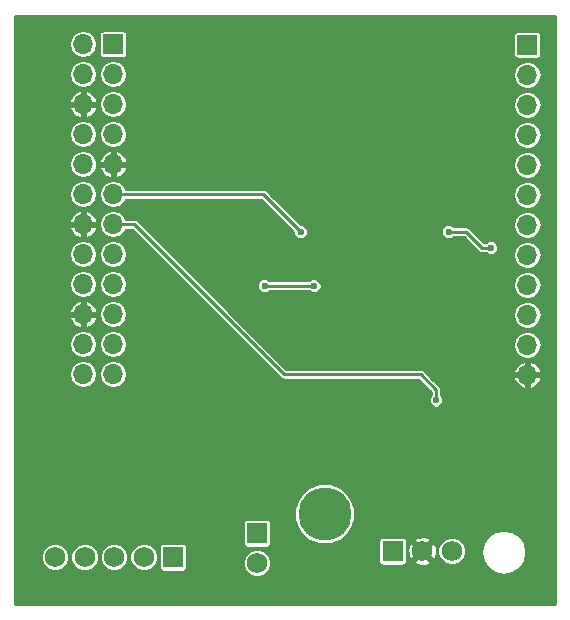
<source format=gbr>
G04 #@! TF.GenerationSoftware,KiCad,Pcbnew,(2017-09-19 revision dddaa7e69)-makepkg*
G04 #@! TF.CreationDate,2017-10-26T12:28:29+02:00*
G04 #@! TF.ProjectId,ezs-camera.kicad_pcb_v1.1,657A732D63616D6572612E6B69636164,rev?*
G04 #@! TF.SameCoordinates,Original*
G04 #@! TF.FileFunction,Copper,L2,Bot,Signal*
G04 #@! TF.FilePolarity,Positive*
%FSLAX46Y46*%
G04 Gerber Fmt 4.6, Leading zero omitted, Abs format (unit mm)*
G04 Created by KiCad (PCBNEW (2017-09-19 revision dddaa7e69)-makepkg) date 10/26/17 12:28:29*
%MOMM*%
%LPD*%
G01*
G04 APERTURE LIST*
%ADD10R,1.700000X1.700000*%
%ADD11O,1.700000X1.700000*%
%ADD12R,1.750000X1.750000*%
%ADD13C,1.750000*%
%ADD14C,0.600000*%
%ADD15C,4.500000*%
%ADD16C,0.254000*%
G04 APERTURE END LIST*
D10*
X122428000Y-111500000D03*
D11*
X119888000Y-111500000D03*
X122428000Y-114040000D03*
X119888000Y-114040000D03*
X122428000Y-116580000D03*
X119888000Y-116580000D03*
X122428000Y-119120000D03*
X119888000Y-119120000D03*
X122428000Y-121660000D03*
X119888000Y-121660000D03*
X122428000Y-124200000D03*
X119888000Y-124200000D03*
X122428000Y-126740000D03*
X119888000Y-126740000D03*
X122428000Y-129280000D03*
X119888000Y-129280000D03*
X122428000Y-131820000D03*
X119888000Y-131820000D03*
X122428000Y-134360000D03*
X119888000Y-134360000D03*
X122428000Y-136900000D03*
X119888000Y-136900000D03*
X122428000Y-139440000D03*
X119888000Y-139440000D03*
D12*
X146090000Y-154432000D03*
D13*
X148590000Y-154432000D03*
X151090000Y-154432000D03*
D12*
X127508000Y-154940000D03*
D13*
X125008000Y-154940000D03*
X122508000Y-154940000D03*
X120008000Y-154940000D03*
X117508000Y-154940000D03*
D10*
X157500000Y-111550000D03*
D11*
X157500000Y-114090000D03*
X157500000Y-116630000D03*
X157500000Y-119170000D03*
X157500000Y-121710000D03*
X157500000Y-124250000D03*
X157500000Y-126790000D03*
X157500000Y-129330000D03*
X157500000Y-131870000D03*
X157500000Y-134410000D03*
X157500000Y-136950000D03*
X157500000Y-139490000D03*
D12*
X134620000Y-152908000D03*
D13*
X134620000Y-155408000D03*
D14*
X131572000Y-125222000D03*
X135128000Y-125476000D03*
X129032000Y-113792000D03*
X129032000Y-125222000D03*
X129032000Y-120904000D03*
X134620000Y-117348000D03*
X129032000Y-117348000D03*
X140208000Y-117856000D03*
X137160000Y-114808000D03*
X133096000Y-111760000D03*
X127508000Y-111760000D03*
X124460000Y-113792000D03*
X124460000Y-117348000D03*
X124460000Y-120904000D03*
X124460000Y-125222000D03*
X154432000Y-136144000D03*
X150368000Y-136144000D03*
X155956000Y-142240000D03*
X155956000Y-146812000D03*
X155956000Y-150368000D03*
X152908000Y-151384000D03*
X159004000Y-143256000D03*
X159004000Y-146304000D03*
X159004000Y-148336000D03*
X159004000Y-151384000D03*
X159004000Y-153924000D03*
X159004000Y-156464000D03*
X157480000Y-157988000D03*
X154432000Y-157988000D03*
X151384000Y-157988000D03*
X148336000Y-157988000D03*
X145796000Y-157988000D03*
X143256000Y-157988000D03*
X143256000Y-154940000D03*
X143256000Y-152400000D03*
X143256000Y-149987000D03*
X142240000Y-148336000D03*
X141224000Y-144272000D03*
X142240000Y-143256000D03*
X130048000Y-154432000D03*
X130048000Y-150876000D03*
X130048000Y-148844000D03*
X130048000Y-146812000D03*
X120904000Y-141224000D03*
X127508000Y-145796000D03*
X124460000Y-145796000D03*
X121412000Y-145796000D03*
X118872000Y-145288000D03*
X117856000Y-142240000D03*
X117856000Y-139192000D03*
X117856000Y-136144000D03*
X117856000Y-133096000D03*
X117856000Y-130048000D03*
X117856000Y-127000000D03*
X117856000Y-123952000D03*
X117856000Y-120904000D03*
X117856000Y-117856000D03*
X114808000Y-149352000D03*
X114808000Y-151892000D03*
X114808000Y-154940000D03*
X116332000Y-157988000D03*
X120396000Y-157988000D03*
X124460000Y-157988000D03*
X129032000Y-157988000D03*
X134112000Y-157988000D03*
X137160000Y-157988000D03*
X137160000Y-154432000D03*
X137160000Y-150876000D03*
X137160000Y-147828000D03*
X137160000Y-144780000D03*
X139192000Y-140716000D03*
X136652000Y-140716000D03*
X136652000Y-138176000D03*
X136652000Y-135128000D03*
X140208000Y-138557000D03*
X141732000Y-135128000D03*
X140208000Y-137160000D03*
X143256000Y-137160000D03*
X143256000Y-135636000D03*
X143256000Y-133604000D03*
X148336000Y-120396000D03*
X148971000Y-130302000D03*
X149860000Y-130302000D03*
X149860000Y-129794000D03*
X148971000Y-129794000D03*
X147447000Y-141859000D03*
X146939000Y-141859000D03*
D15*
X140335000Y-156591000D03*
X140335000Y-151257000D03*
D14*
X132842000Y-133350000D03*
X132842000Y-134366000D03*
X132842000Y-136398000D03*
X140335000Y-133604000D03*
X141605000Y-130810000D03*
X141605000Y-128905000D03*
X141605000Y-127000000D03*
X141605000Y-125095000D03*
X141605000Y-123190000D03*
X142875000Y-121920000D03*
X144145000Y-120650000D03*
X139065000Y-121920000D03*
X137795000Y-121920000D03*
X136525000Y-121920000D03*
X135255000Y-121920000D03*
X133985000Y-121920000D03*
X132715000Y-121920000D03*
X146685000Y-142367000D03*
X147701000Y-142367000D03*
X147701000Y-141351000D03*
X146685000Y-141351000D03*
X149860000Y-128524000D03*
X148971000Y-128524000D03*
X148971000Y-127889000D03*
X149844978Y-127889000D03*
X149860000Y-129159000D03*
X148971000Y-129159000D03*
X147320000Y-121412000D03*
X145796000Y-121412000D03*
X150368000Y-120396000D03*
X149352000Y-119380000D03*
X147320000Y-119380000D03*
X145796000Y-119380000D03*
X135890000Y-132588000D03*
X136652000Y-132588000D03*
X137414000Y-132588000D03*
X135255000Y-131953000D03*
X139446000Y-131953000D03*
X149762337Y-141634337D03*
X138303000Y-127381000D03*
X150835578Y-127362030D03*
X154416978Y-128733630D03*
D16*
X139446000Y-131953000D02*
X135255000Y-131953000D01*
X122428000Y-126740000D02*
X124200000Y-126740000D01*
X124200000Y-126740000D02*
X136906000Y-139446000D01*
X136906000Y-139446000D02*
X148463000Y-139446000D01*
X148463000Y-139446000D02*
X149762337Y-140745337D01*
X149762337Y-140745337D02*
X149762337Y-141634337D01*
X138303000Y-127381000D02*
X135122000Y-124200000D01*
X135122000Y-124200000D02*
X122428000Y-124200000D01*
X153654978Y-128733630D02*
X152283378Y-127362030D01*
X152283378Y-127362030D02*
X150835578Y-127362030D01*
X154416978Y-128733630D02*
X153654978Y-128733630D01*
G36*
X159873000Y-158873000D02*
X114127000Y-158873000D01*
X114127000Y-155178044D01*
X116305791Y-155178044D01*
X116488399Y-155619989D01*
X116826232Y-155958412D01*
X117267858Y-156141791D01*
X117746044Y-156142209D01*
X118187989Y-155959601D01*
X118526412Y-155621768D01*
X118709791Y-155180142D01*
X118709792Y-155178044D01*
X118805791Y-155178044D01*
X118988399Y-155619989D01*
X119326232Y-155958412D01*
X119767858Y-156141791D01*
X120246044Y-156142209D01*
X120687989Y-155959601D01*
X121026412Y-155621768D01*
X121209791Y-155180142D01*
X121209792Y-155178044D01*
X121305791Y-155178044D01*
X121488399Y-155619989D01*
X121826232Y-155958412D01*
X122267858Y-156141791D01*
X122746044Y-156142209D01*
X123187989Y-155959601D01*
X123526412Y-155621768D01*
X123709791Y-155180142D01*
X123709792Y-155178044D01*
X123805791Y-155178044D01*
X123988399Y-155619989D01*
X124326232Y-155958412D01*
X124767858Y-156141791D01*
X125246044Y-156142209D01*
X125687989Y-155959601D01*
X126026412Y-155621768D01*
X126209791Y-155180142D01*
X126210209Y-154701956D01*
X126027601Y-154260011D01*
X125832930Y-154065000D01*
X126299594Y-154065000D01*
X126299594Y-155815000D01*
X126324973Y-155942589D01*
X126397246Y-156050754D01*
X126505411Y-156123027D01*
X126633000Y-156148406D01*
X128383000Y-156148406D01*
X128510589Y-156123027D01*
X128618754Y-156050754D01*
X128691027Y-155942589D01*
X128716406Y-155815000D01*
X128716406Y-155646044D01*
X133417791Y-155646044D01*
X133600399Y-156087989D01*
X133938232Y-156426412D01*
X134379858Y-156609791D01*
X134858044Y-156610209D01*
X135299989Y-156427601D01*
X135638412Y-156089768D01*
X135821791Y-155648142D01*
X135822209Y-155169956D01*
X135639601Y-154728011D01*
X135301768Y-154389588D01*
X134860142Y-154206209D01*
X134381956Y-154205791D01*
X133940011Y-154388399D01*
X133601588Y-154726232D01*
X133418209Y-155167858D01*
X133417791Y-155646044D01*
X128716406Y-155646044D01*
X128716406Y-154065000D01*
X128691027Y-153937411D01*
X128618754Y-153829246D01*
X128510589Y-153756973D01*
X128383000Y-153731594D01*
X126633000Y-153731594D01*
X126505411Y-153756973D01*
X126397246Y-153829246D01*
X126324973Y-153937411D01*
X126299594Y-154065000D01*
X125832930Y-154065000D01*
X125689768Y-153921588D01*
X125248142Y-153738209D01*
X124769956Y-153737791D01*
X124328011Y-153920399D01*
X123989588Y-154258232D01*
X123806209Y-154699858D01*
X123805791Y-155178044D01*
X123709792Y-155178044D01*
X123710209Y-154701956D01*
X123527601Y-154260011D01*
X123189768Y-153921588D01*
X122748142Y-153738209D01*
X122269956Y-153737791D01*
X121828011Y-153920399D01*
X121489588Y-154258232D01*
X121306209Y-154699858D01*
X121305791Y-155178044D01*
X121209792Y-155178044D01*
X121210209Y-154701956D01*
X121027601Y-154260011D01*
X120689768Y-153921588D01*
X120248142Y-153738209D01*
X119769956Y-153737791D01*
X119328011Y-153920399D01*
X118989588Y-154258232D01*
X118806209Y-154699858D01*
X118805791Y-155178044D01*
X118709792Y-155178044D01*
X118710209Y-154701956D01*
X118527601Y-154260011D01*
X118189768Y-153921588D01*
X117748142Y-153738209D01*
X117269956Y-153737791D01*
X116828011Y-153920399D01*
X116489588Y-154258232D01*
X116306209Y-154699858D01*
X116305791Y-155178044D01*
X114127000Y-155178044D01*
X114127000Y-152033000D01*
X133411594Y-152033000D01*
X133411594Y-153783000D01*
X133436973Y-153910589D01*
X133509246Y-154018754D01*
X133617411Y-154091027D01*
X133745000Y-154116406D01*
X135495000Y-154116406D01*
X135622589Y-154091027D01*
X135730754Y-154018754D01*
X135803027Y-153910589D01*
X135828406Y-153783000D01*
X135828406Y-152033000D01*
X135803027Y-151905411D01*
X135730754Y-151797246D01*
X135686009Y-151767348D01*
X137757554Y-151767348D01*
X138149052Y-152714846D01*
X138873341Y-153440400D01*
X139820154Y-153833551D01*
X140845348Y-153834446D01*
X141516818Y-153557000D01*
X144881594Y-153557000D01*
X144881594Y-155307000D01*
X144906973Y-155434589D01*
X144979246Y-155542754D01*
X145087411Y-155615027D01*
X145215000Y-155640406D01*
X146965000Y-155640406D01*
X147092589Y-155615027D01*
X147200754Y-155542754D01*
X147273027Y-155434589D01*
X147288828Y-155355151D01*
X147846454Y-155355151D01*
X147943735Y-155537573D01*
X148416014Y-155700732D01*
X148914781Y-155670737D01*
X149236265Y-155537573D01*
X149333546Y-155355151D01*
X148590000Y-154611605D01*
X147846454Y-155355151D01*
X147288828Y-155355151D01*
X147298406Y-155307000D01*
X147298406Y-154258014D01*
X147321268Y-154258014D01*
X147351263Y-154756781D01*
X147484427Y-155078265D01*
X147666849Y-155175546D01*
X148410395Y-154432000D01*
X148769605Y-154432000D01*
X149513151Y-155175546D01*
X149695573Y-155078265D01*
X149836601Y-154670044D01*
X149887791Y-154670044D01*
X150070399Y-155111989D01*
X150408232Y-155450412D01*
X150849858Y-155633791D01*
X151328044Y-155634209D01*
X151769989Y-155451601D01*
X152108412Y-155113768D01*
X152291791Y-154672142D01*
X152291941Y-154500000D01*
X153598000Y-154500000D01*
X153742781Y-155227864D01*
X154155083Y-155844917D01*
X154772136Y-156257219D01*
X155500000Y-156402000D01*
X156227864Y-156257219D01*
X156844917Y-155844917D01*
X157257219Y-155227864D01*
X157402000Y-154500000D01*
X157257219Y-153772136D01*
X156844917Y-153155083D01*
X156227864Y-152742781D01*
X155500000Y-152598000D01*
X154772136Y-152742781D01*
X154155083Y-153155083D01*
X153742781Y-153772136D01*
X153598000Y-154500000D01*
X152291941Y-154500000D01*
X152292209Y-154193956D01*
X152109601Y-153752011D01*
X151771768Y-153413588D01*
X151330142Y-153230209D01*
X150851956Y-153229791D01*
X150410011Y-153412399D01*
X150071588Y-153750232D01*
X149888209Y-154191858D01*
X149887791Y-154670044D01*
X149836601Y-154670044D01*
X149858732Y-154605986D01*
X149828737Y-154107219D01*
X149695573Y-153785735D01*
X149513151Y-153688454D01*
X148769605Y-154432000D01*
X148410395Y-154432000D01*
X147666849Y-153688454D01*
X147484427Y-153785735D01*
X147321268Y-154258014D01*
X147298406Y-154258014D01*
X147298406Y-153557000D01*
X147288829Y-153508849D01*
X147846454Y-153508849D01*
X148590000Y-154252395D01*
X149333546Y-153508849D01*
X149236265Y-153326427D01*
X148763986Y-153163268D01*
X148265219Y-153193263D01*
X147943735Y-153326427D01*
X147846454Y-153508849D01*
X147288829Y-153508849D01*
X147273027Y-153429411D01*
X147200754Y-153321246D01*
X147092589Y-153248973D01*
X146965000Y-153223594D01*
X145215000Y-153223594D01*
X145087411Y-153248973D01*
X144979246Y-153321246D01*
X144906973Y-153429411D01*
X144881594Y-153557000D01*
X141516818Y-153557000D01*
X141792846Y-153442948D01*
X142518400Y-152718659D01*
X142911551Y-151771846D01*
X142912446Y-150746652D01*
X142520948Y-149799154D01*
X141796659Y-149073600D01*
X140849846Y-148680449D01*
X139824652Y-148679554D01*
X138877154Y-149071052D01*
X138151600Y-149795341D01*
X137758449Y-150742154D01*
X137757554Y-151767348D01*
X135686009Y-151767348D01*
X135622589Y-151724973D01*
X135495000Y-151699594D01*
X133745000Y-151699594D01*
X133617411Y-151724973D01*
X133509246Y-151797246D01*
X133436973Y-151905411D01*
X133411594Y-152033000D01*
X114127000Y-152033000D01*
X114127000Y-139440000D01*
X118687941Y-139440000D01*
X118777535Y-139890418D01*
X119032676Y-140272265D01*
X119414523Y-140527406D01*
X119864941Y-140617000D01*
X119911059Y-140617000D01*
X120361477Y-140527406D01*
X120743324Y-140272265D01*
X120998465Y-139890418D01*
X121088059Y-139440000D01*
X121227941Y-139440000D01*
X121317535Y-139890418D01*
X121572676Y-140272265D01*
X121954523Y-140527406D01*
X122404941Y-140617000D01*
X122451059Y-140617000D01*
X122901477Y-140527406D01*
X123283324Y-140272265D01*
X123538465Y-139890418D01*
X123628059Y-139440000D01*
X123538465Y-138989582D01*
X123283324Y-138607735D01*
X122901477Y-138352594D01*
X122451059Y-138263000D01*
X122404941Y-138263000D01*
X121954523Y-138352594D01*
X121572676Y-138607735D01*
X121317535Y-138989582D01*
X121227941Y-139440000D01*
X121088059Y-139440000D01*
X120998465Y-138989582D01*
X120743324Y-138607735D01*
X120361477Y-138352594D01*
X119911059Y-138263000D01*
X119864941Y-138263000D01*
X119414523Y-138352594D01*
X119032676Y-138607735D01*
X118777535Y-138989582D01*
X118687941Y-139440000D01*
X114127000Y-139440000D01*
X114127000Y-136900000D01*
X118687941Y-136900000D01*
X118777535Y-137350418D01*
X119032676Y-137732265D01*
X119414523Y-137987406D01*
X119864941Y-138077000D01*
X119911059Y-138077000D01*
X120361477Y-137987406D01*
X120743324Y-137732265D01*
X120998465Y-137350418D01*
X121088059Y-136900000D01*
X121227941Y-136900000D01*
X121317535Y-137350418D01*
X121572676Y-137732265D01*
X121954523Y-137987406D01*
X122404941Y-138077000D01*
X122451059Y-138077000D01*
X122901477Y-137987406D01*
X123283324Y-137732265D01*
X123538465Y-137350418D01*
X123628059Y-136900000D01*
X123538465Y-136449582D01*
X123283324Y-136067735D01*
X122901477Y-135812594D01*
X122451059Y-135723000D01*
X122404941Y-135723000D01*
X121954523Y-135812594D01*
X121572676Y-136067735D01*
X121317535Y-136449582D01*
X121227941Y-136900000D01*
X121088059Y-136900000D01*
X120998465Y-136449582D01*
X120743324Y-136067735D01*
X120361477Y-135812594D01*
X119911059Y-135723000D01*
X119864941Y-135723000D01*
X119414523Y-135812594D01*
X119032676Y-136067735D01*
X118777535Y-136449582D01*
X118687941Y-136900000D01*
X114127000Y-136900000D01*
X114127000Y-134676980D01*
X118698511Y-134676980D01*
X118822755Y-134976964D01*
X119139944Y-135337652D01*
X119571018Y-135549501D01*
X119761000Y-135489193D01*
X119761000Y-134487000D01*
X120015000Y-134487000D01*
X120015000Y-135489193D01*
X120204982Y-135549501D01*
X120636056Y-135337652D01*
X120953245Y-134976964D01*
X121077489Y-134676980D01*
X121016627Y-134487000D01*
X120015000Y-134487000D01*
X119761000Y-134487000D01*
X118759373Y-134487000D01*
X118698511Y-134676980D01*
X114127000Y-134676980D01*
X114127000Y-134360000D01*
X121227941Y-134360000D01*
X121317535Y-134810418D01*
X121572676Y-135192265D01*
X121954523Y-135447406D01*
X122404941Y-135537000D01*
X122451059Y-135537000D01*
X122901477Y-135447406D01*
X123283324Y-135192265D01*
X123538465Y-134810418D01*
X123628059Y-134360000D01*
X123538465Y-133909582D01*
X123283324Y-133527735D01*
X122901477Y-133272594D01*
X122451059Y-133183000D01*
X122404941Y-133183000D01*
X121954523Y-133272594D01*
X121572676Y-133527735D01*
X121317535Y-133909582D01*
X121227941Y-134360000D01*
X114127000Y-134360000D01*
X114127000Y-134043020D01*
X118698511Y-134043020D01*
X118759373Y-134233000D01*
X119761000Y-134233000D01*
X119761000Y-133230807D01*
X120015000Y-133230807D01*
X120015000Y-134233000D01*
X121016627Y-134233000D01*
X121077489Y-134043020D01*
X120953245Y-133743036D01*
X120636056Y-133382348D01*
X120204982Y-133170499D01*
X120015000Y-133230807D01*
X119761000Y-133230807D01*
X119571018Y-133170499D01*
X119139944Y-133382348D01*
X118822755Y-133743036D01*
X118698511Y-134043020D01*
X114127000Y-134043020D01*
X114127000Y-131820000D01*
X118687941Y-131820000D01*
X118777535Y-132270418D01*
X119032676Y-132652265D01*
X119414523Y-132907406D01*
X119864941Y-132997000D01*
X119911059Y-132997000D01*
X120361477Y-132907406D01*
X120743324Y-132652265D01*
X120998465Y-132270418D01*
X121088059Y-131820000D01*
X121227941Y-131820000D01*
X121317535Y-132270418D01*
X121572676Y-132652265D01*
X121954523Y-132907406D01*
X122404941Y-132997000D01*
X122451059Y-132997000D01*
X122901477Y-132907406D01*
X123283324Y-132652265D01*
X123538465Y-132270418D01*
X123628059Y-131820000D01*
X123538465Y-131369582D01*
X123283324Y-130987735D01*
X122901477Y-130732594D01*
X122451059Y-130643000D01*
X122404941Y-130643000D01*
X121954523Y-130732594D01*
X121572676Y-130987735D01*
X121317535Y-131369582D01*
X121227941Y-131820000D01*
X121088059Y-131820000D01*
X120998465Y-131369582D01*
X120743324Y-130987735D01*
X120361477Y-130732594D01*
X119911059Y-130643000D01*
X119864941Y-130643000D01*
X119414523Y-130732594D01*
X119032676Y-130987735D01*
X118777535Y-131369582D01*
X118687941Y-131820000D01*
X114127000Y-131820000D01*
X114127000Y-129280000D01*
X118687941Y-129280000D01*
X118777535Y-129730418D01*
X119032676Y-130112265D01*
X119414523Y-130367406D01*
X119864941Y-130457000D01*
X119911059Y-130457000D01*
X120361477Y-130367406D01*
X120743324Y-130112265D01*
X120998465Y-129730418D01*
X121088059Y-129280000D01*
X121227941Y-129280000D01*
X121317535Y-129730418D01*
X121572676Y-130112265D01*
X121954523Y-130367406D01*
X122404941Y-130457000D01*
X122451059Y-130457000D01*
X122901477Y-130367406D01*
X123283324Y-130112265D01*
X123538465Y-129730418D01*
X123628059Y-129280000D01*
X123538465Y-128829582D01*
X123283324Y-128447735D01*
X122901477Y-128192594D01*
X122451059Y-128103000D01*
X122404941Y-128103000D01*
X121954523Y-128192594D01*
X121572676Y-128447735D01*
X121317535Y-128829582D01*
X121227941Y-129280000D01*
X121088059Y-129280000D01*
X120998465Y-128829582D01*
X120743324Y-128447735D01*
X120361477Y-128192594D01*
X119911059Y-128103000D01*
X119864941Y-128103000D01*
X119414523Y-128192594D01*
X119032676Y-128447735D01*
X118777535Y-128829582D01*
X118687941Y-129280000D01*
X114127000Y-129280000D01*
X114127000Y-127056980D01*
X118698511Y-127056980D01*
X118822755Y-127356964D01*
X119139944Y-127717652D01*
X119571018Y-127929501D01*
X119761000Y-127869193D01*
X119761000Y-126867000D01*
X120015000Y-126867000D01*
X120015000Y-127869193D01*
X120204982Y-127929501D01*
X120636056Y-127717652D01*
X120953245Y-127356964D01*
X121077489Y-127056980D01*
X121016627Y-126867000D01*
X120015000Y-126867000D01*
X119761000Y-126867000D01*
X118759373Y-126867000D01*
X118698511Y-127056980D01*
X114127000Y-127056980D01*
X114127000Y-126740000D01*
X121227941Y-126740000D01*
X121317535Y-127190418D01*
X121572676Y-127572265D01*
X121954523Y-127827406D01*
X122404941Y-127917000D01*
X122451059Y-127917000D01*
X122901477Y-127827406D01*
X123283324Y-127572265D01*
X123536072Y-127194000D01*
X124011948Y-127194000D01*
X136584974Y-139767027D01*
X136732262Y-139865441D01*
X136906000Y-139900000D01*
X148274948Y-139900000D01*
X149308337Y-140933389D01*
X149308337Y-141201606D01*
X149231102Y-141278706D01*
X149135446Y-141509072D01*
X149135228Y-141758508D01*
X149230482Y-141989040D01*
X149406706Y-142165572D01*
X149637072Y-142261228D01*
X149886508Y-142261446D01*
X150117040Y-142166192D01*
X150293572Y-141989968D01*
X150389228Y-141759602D01*
X150389446Y-141510166D01*
X150294192Y-141279634D01*
X150216337Y-141201643D01*
X150216337Y-140745337D01*
X150181778Y-140571599D01*
X150083363Y-140424311D01*
X149466032Y-139806980D01*
X156310511Y-139806980D01*
X156434755Y-140106964D01*
X156751944Y-140467652D01*
X157183018Y-140679501D01*
X157373000Y-140619193D01*
X157373000Y-139617000D01*
X157627000Y-139617000D01*
X157627000Y-140619193D01*
X157816982Y-140679501D01*
X158248056Y-140467652D01*
X158565245Y-140106964D01*
X158689489Y-139806980D01*
X158628627Y-139617000D01*
X157627000Y-139617000D01*
X157373000Y-139617000D01*
X156371373Y-139617000D01*
X156310511Y-139806980D01*
X149466032Y-139806980D01*
X148832072Y-139173020D01*
X156310511Y-139173020D01*
X156371373Y-139363000D01*
X157373000Y-139363000D01*
X157373000Y-138360807D01*
X157627000Y-138360807D01*
X157627000Y-139363000D01*
X158628627Y-139363000D01*
X158689489Y-139173020D01*
X158565245Y-138873036D01*
X158248056Y-138512348D01*
X157816982Y-138300499D01*
X157627000Y-138360807D01*
X157373000Y-138360807D01*
X157183018Y-138300499D01*
X156751944Y-138512348D01*
X156434755Y-138873036D01*
X156310511Y-139173020D01*
X148832072Y-139173020D01*
X148784026Y-139124974D01*
X148636738Y-139026559D01*
X148463000Y-138992000D01*
X137094053Y-138992000D01*
X135052053Y-136950000D01*
X156299941Y-136950000D01*
X156389535Y-137400418D01*
X156644676Y-137782265D01*
X157026523Y-138037406D01*
X157476941Y-138127000D01*
X157523059Y-138127000D01*
X157973477Y-138037406D01*
X158355324Y-137782265D01*
X158610465Y-137400418D01*
X158700059Y-136950000D01*
X158610465Y-136499582D01*
X158355324Y-136117735D01*
X157973477Y-135862594D01*
X157523059Y-135773000D01*
X157476941Y-135773000D01*
X157026523Y-135862594D01*
X156644676Y-136117735D01*
X156389535Y-136499582D01*
X156299941Y-136950000D01*
X135052053Y-136950000D01*
X132512053Y-134410000D01*
X156299941Y-134410000D01*
X156389535Y-134860418D01*
X156644676Y-135242265D01*
X157026523Y-135497406D01*
X157476941Y-135587000D01*
X157523059Y-135587000D01*
X157973477Y-135497406D01*
X158355324Y-135242265D01*
X158610465Y-134860418D01*
X158700059Y-134410000D01*
X158610465Y-133959582D01*
X158355324Y-133577735D01*
X157973477Y-133322594D01*
X157523059Y-133233000D01*
X157476941Y-133233000D01*
X157026523Y-133322594D01*
X156644676Y-133577735D01*
X156389535Y-133959582D01*
X156299941Y-134410000D01*
X132512053Y-134410000D01*
X130179224Y-132077171D01*
X134627891Y-132077171D01*
X134723145Y-132307703D01*
X134899369Y-132484235D01*
X135129735Y-132579891D01*
X135379171Y-132580109D01*
X135609703Y-132484855D01*
X135687694Y-132407000D01*
X139013269Y-132407000D01*
X139090369Y-132484235D01*
X139320735Y-132579891D01*
X139570171Y-132580109D01*
X139800703Y-132484855D01*
X139977235Y-132308631D01*
X140072891Y-132078265D01*
X140073073Y-131870000D01*
X156299941Y-131870000D01*
X156389535Y-132320418D01*
X156644676Y-132702265D01*
X157026523Y-132957406D01*
X157476941Y-133047000D01*
X157523059Y-133047000D01*
X157973477Y-132957406D01*
X158355324Y-132702265D01*
X158610465Y-132320418D01*
X158700059Y-131870000D01*
X158610465Y-131419582D01*
X158355324Y-131037735D01*
X157973477Y-130782594D01*
X157523059Y-130693000D01*
X157476941Y-130693000D01*
X157026523Y-130782594D01*
X156644676Y-131037735D01*
X156389535Y-131419582D01*
X156299941Y-131870000D01*
X140073073Y-131870000D01*
X140073109Y-131828829D01*
X139977855Y-131598297D01*
X139801631Y-131421765D01*
X139571265Y-131326109D01*
X139321829Y-131325891D01*
X139091297Y-131421145D01*
X139013306Y-131499000D01*
X135687731Y-131499000D01*
X135610631Y-131421765D01*
X135380265Y-131326109D01*
X135130829Y-131325891D01*
X134900297Y-131421145D01*
X134723765Y-131597369D01*
X134628109Y-131827735D01*
X134627891Y-132077171D01*
X130179224Y-132077171D01*
X124521026Y-126418974D01*
X124373738Y-126320559D01*
X124200000Y-126286000D01*
X123536072Y-126286000D01*
X123283324Y-125907735D01*
X122901477Y-125652594D01*
X122451059Y-125563000D01*
X122404941Y-125563000D01*
X121954523Y-125652594D01*
X121572676Y-125907735D01*
X121317535Y-126289582D01*
X121227941Y-126740000D01*
X114127000Y-126740000D01*
X114127000Y-126423020D01*
X118698511Y-126423020D01*
X118759373Y-126613000D01*
X119761000Y-126613000D01*
X119761000Y-125610807D01*
X120015000Y-125610807D01*
X120015000Y-126613000D01*
X121016627Y-126613000D01*
X121077489Y-126423020D01*
X120953245Y-126123036D01*
X120636056Y-125762348D01*
X120204982Y-125550499D01*
X120015000Y-125610807D01*
X119761000Y-125610807D01*
X119571018Y-125550499D01*
X119139944Y-125762348D01*
X118822755Y-126123036D01*
X118698511Y-126423020D01*
X114127000Y-126423020D01*
X114127000Y-124200000D01*
X118687941Y-124200000D01*
X118777535Y-124650418D01*
X119032676Y-125032265D01*
X119414523Y-125287406D01*
X119864941Y-125377000D01*
X119911059Y-125377000D01*
X120361477Y-125287406D01*
X120743324Y-125032265D01*
X120998465Y-124650418D01*
X121088059Y-124200000D01*
X121227941Y-124200000D01*
X121317535Y-124650418D01*
X121572676Y-125032265D01*
X121954523Y-125287406D01*
X122404941Y-125377000D01*
X122451059Y-125377000D01*
X122901477Y-125287406D01*
X123283324Y-125032265D01*
X123536072Y-124654000D01*
X134933948Y-124654000D01*
X137675986Y-127396039D01*
X137675891Y-127505171D01*
X137771145Y-127735703D01*
X137947369Y-127912235D01*
X138177735Y-128007891D01*
X138427171Y-128008109D01*
X138657703Y-127912855D01*
X138834235Y-127736631D01*
X138929891Y-127506265D01*
X138929908Y-127486201D01*
X150208469Y-127486201D01*
X150303723Y-127716733D01*
X150479947Y-127893265D01*
X150710313Y-127988921D01*
X150959749Y-127989139D01*
X151190281Y-127893885D01*
X151268272Y-127816030D01*
X152095326Y-127816030D01*
X153333951Y-129054656D01*
X153481240Y-129153071D01*
X153654978Y-129187630D01*
X153984247Y-129187630D01*
X154061347Y-129264865D01*
X154291713Y-129360521D01*
X154541149Y-129360739D01*
X154615542Y-129330000D01*
X156299941Y-129330000D01*
X156389535Y-129780418D01*
X156644676Y-130162265D01*
X157026523Y-130417406D01*
X157476941Y-130507000D01*
X157523059Y-130507000D01*
X157973477Y-130417406D01*
X158355324Y-130162265D01*
X158610465Y-129780418D01*
X158700059Y-129330000D01*
X158610465Y-128879582D01*
X158355324Y-128497735D01*
X157973477Y-128242594D01*
X157523059Y-128153000D01*
X157476941Y-128153000D01*
X157026523Y-128242594D01*
X156644676Y-128497735D01*
X156389535Y-128879582D01*
X156299941Y-129330000D01*
X154615542Y-129330000D01*
X154771681Y-129265485D01*
X154948213Y-129089261D01*
X155043869Y-128858895D01*
X155044087Y-128609459D01*
X154948833Y-128378927D01*
X154772609Y-128202395D01*
X154542243Y-128106739D01*
X154292807Y-128106521D01*
X154062275Y-128201775D01*
X153984284Y-128279630D01*
X153843031Y-128279630D01*
X152604404Y-127041004D01*
X152457116Y-126942589D01*
X152283378Y-126908030D01*
X151268309Y-126908030D01*
X151191209Y-126830795D01*
X151092964Y-126790000D01*
X156299941Y-126790000D01*
X156389535Y-127240418D01*
X156644676Y-127622265D01*
X157026523Y-127877406D01*
X157476941Y-127967000D01*
X157523059Y-127967000D01*
X157973477Y-127877406D01*
X158355324Y-127622265D01*
X158610465Y-127240418D01*
X158700059Y-126790000D01*
X158610465Y-126339582D01*
X158355324Y-125957735D01*
X157973477Y-125702594D01*
X157523059Y-125613000D01*
X157476941Y-125613000D01*
X157026523Y-125702594D01*
X156644676Y-125957735D01*
X156389535Y-126339582D01*
X156299941Y-126790000D01*
X151092964Y-126790000D01*
X150960843Y-126735139D01*
X150711407Y-126734921D01*
X150480875Y-126830175D01*
X150304343Y-127006399D01*
X150208687Y-127236765D01*
X150208469Y-127486201D01*
X138929908Y-127486201D01*
X138930109Y-127256829D01*
X138834855Y-127026297D01*
X138658631Y-126849765D01*
X138428265Y-126754109D01*
X138318066Y-126754013D01*
X135814053Y-124250000D01*
X156299941Y-124250000D01*
X156389535Y-124700418D01*
X156644676Y-125082265D01*
X157026523Y-125337406D01*
X157476941Y-125427000D01*
X157523059Y-125427000D01*
X157973477Y-125337406D01*
X158355324Y-125082265D01*
X158610465Y-124700418D01*
X158700059Y-124250000D01*
X158610465Y-123799582D01*
X158355324Y-123417735D01*
X157973477Y-123162594D01*
X157523059Y-123073000D01*
X157476941Y-123073000D01*
X157026523Y-123162594D01*
X156644676Y-123417735D01*
X156389535Y-123799582D01*
X156299941Y-124250000D01*
X135814053Y-124250000D01*
X135443026Y-123878974D01*
X135295738Y-123780559D01*
X135122000Y-123746000D01*
X123536072Y-123746000D01*
X123283324Y-123367735D01*
X122901477Y-123112594D01*
X122451059Y-123023000D01*
X122404941Y-123023000D01*
X121954523Y-123112594D01*
X121572676Y-123367735D01*
X121317535Y-123749582D01*
X121227941Y-124200000D01*
X121088059Y-124200000D01*
X120998465Y-123749582D01*
X120743324Y-123367735D01*
X120361477Y-123112594D01*
X119911059Y-123023000D01*
X119864941Y-123023000D01*
X119414523Y-123112594D01*
X119032676Y-123367735D01*
X118777535Y-123749582D01*
X118687941Y-124200000D01*
X114127000Y-124200000D01*
X114127000Y-121660000D01*
X118687941Y-121660000D01*
X118777535Y-122110418D01*
X119032676Y-122492265D01*
X119414523Y-122747406D01*
X119864941Y-122837000D01*
X119911059Y-122837000D01*
X120361477Y-122747406D01*
X120743324Y-122492265D01*
X120998465Y-122110418D01*
X121025007Y-121976980D01*
X121238511Y-121976980D01*
X121362755Y-122276964D01*
X121679944Y-122637652D01*
X122111018Y-122849501D01*
X122301000Y-122789193D01*
X122301000Y-121787000D01*
X122555000Y-121787000D01*
X122555000Y-122789193D01*
X122744982Y-122849501D01*
X123176056Y-122637652D01*
X123493245Y-122276964D01*
X123617489Y-121976980D01*
X123556627Y-121787000D01*
X122555000Y-121787000D01*
X122301000Y-121787000D01*
X121299373Y-121787000D01*
X121238511Y-121976980D01*
X121025007Y-121976980D01*
X121078113Y-121710000D01*
X156299941Y-121710000D01*
X156389535Y-122160418D01*
X156644676Y-122542265D01*
X157026523Y-122797406D01*
X157476941Y-122887000D01*
X157523059Y-122887000D01*
X157973477Y-122797406D01*
X158355324Y-122542265D01*
X158610465Y-122160418D01*
X158700059Y-121710000D01*
X158610465Y-121259582D01*
X158355324Y-120877735D01*
X157973477Y-120622594D01*
X157523059Y-120533000D01*
X157476941Y-120533000D01*
X157026523Y-120622594D01*
X156644676Y-120877735D01*
X156389535Y-121259582D01*
X156299941Y-121710000D01*
X121078113Y-121710000D01*
X121088059Y-121660000D01*
X121025008Y-121343020D01*
X121238511Y-121343020D01*
X121299373Y-121533000D01*
X122301000Y-121533000D01*
X122301000Y-120530807D01*
X122555000Y-120530807D01*
X122555000Y-121533000D01*
X123556627Y-121533000D01*
X123617489Y-121343020D01*
X123493245Y-121043036D01*
X123176056Y-120682348D01*
X122744982Y-120470499D01*
X122555000Y-120530807D01*
X122301000Y-120530807D01*
X122111018Y-120470499D01*
X121679944Y-120682348D01*
X121362755Y-121043036D01*
X121238511Y-121343020D01*
X121025008Y-121343020D01*
X120998465Y-121209582D01*
X120743324Y-120827735D01*
X120361477Y-120572594D01*
X119911059Y-120483000D01*
X119864941Y-120483000D01*
X119414523Y-120572594D01*
X119032676Y-120827735D01*
X118777535Y-121209582D01*
X118687941Y-121660000D01*
X114127000Y-121660000D01*
X114127000Y-119120000D01*
X118687941Y-119120000D01*
X118777535Y-119570418D01*
X119032676Y-119952265D01*
X119414523Y-120207406D01*
X119864941Y-120297000D01*
X119911059Y-120297000D01*
X120361477Y-120207406D01*
X120743324Y-119952265D01*
X120998465Y-119570418D01*
X121088059Y-119120000D01*
X121227941Y-119120000D01*
X121317535Y-119570418D01*
X121572676Y-119952265D01*
X121954523Y-120207406D01*
X122404941Y-120297000D01*
X122451059Y-120297000D01*
X122901477Y-120207406D01*
X123283324Y-119952265D01*
X123538465Y-119570418D01*
X123618113Y-119170000D01*
X156299941Y-119170000D01*
X156389535Y-119620418D01*
X156644676Y-120002265D01*
X157026523Y-120257406D01*
X157476941Y-120347000D01*
X157523059Y-120347000D01*
X157973477Y-120257406D01*
X158355324Y-120002265D01*
X158610465Y-119620418D01*
X158700059Y-119170000D01*
X158610465Y-118719582D01*
X158355324Y-118337735D01*
X157973477Y-118082594D01*
X157523059Y-117993000D01*
X157476941Y-117993000D01*
X157026523Y-118082594D01*
X156644676Y-118337735D01*
X156389535Y-118719582D01*
X156299941Y-119170000D01*
X123618113Y-119170000D01*
X123628059Y-119120000D01*
X123538465Y-118669582D01*
X123283324Y-118287735D01*
X122901477Y-118032594D01*
X122451059Y-117943000D01*
X122404941Y-117943000D01*
X121954523Y-118032594D01*
X121572676Y-118287735D01*
X121317535Y-118669582D01*
X121227941Y-119120000D01*
X121088059Y-119120000D01*
X120998465Y-118669582D01*
X120743324Y-118287735D01*
X120361477Y-118032594D01*
X119911059Y-117943000D01*
X119864941Y-117943000D01*
X119414523Y-118032594D01*
X119032676Y-118287735D01*
X118777535Y-118669582D01*
X118687941Y-119120000D01*
X114127000Y-119120000D01*
X114127000Y-116896980D01*
X118698511Y-116896980D01*
X118822755Y-117196964D01*
X119139944Y-117557652D01*
X119571018Y-117769501D01*
X119761000Y-117709193D01*
X119761000Y-116707000D01*
X120015000Y-116707000D01*
X120015000Y-117709193D01*
X120204982Y-117769501D01*
X120636056Y-117557652D01*
X120953245Y-117196964D01*
X121077489Y-116896980D01*
X121016627Y-116707000D01*
X120015000Y-116707000D01*
X119761000Y-116707000D01*
X118759373Y-116707000D01*
X118698511Y-116896980D01*
X114127000Y-116896980D01*
X114127000Y-116580000D01*
X121227941Y-116580000D01*
X121317535Y-117030418D01*
X121572676Y-117412265D01*
X121954523Y-117667406D01*
X122404941Y-117757000D01*
X122451059Y-117757000D01*
X122901477Y-117667406D01*
X123283324Y-117412265D01*
X123538465Y-117030418D01*
X123618113Y-116630000D01*
X156299941Y-116630000D01*
X156389535Y-117080418D01*
X156644676Y-117462265D01*
X157026523Y-117717406D01*
X157476941Y-117807000D01*
X157523059Y-117807000D01*
X157973477Y-117717406D01*
X158355324Y-117462265D01*
X158610465Y-117080418D01*
X158700059Y-116630000D01*
X158610465Y-116179582D01*
X158355324Y-115797735D01*
X157973477Y-115542594D01*
X157523059Y-115453000D01*
X157476941Y-115453000D01*
X157026523Y-115542594D01*
X156644676Y-115797735D01*
X156389535Y-116179582D01*
X156299941Y-116630000D01*
X123618113Y-116630000D01*
X123628059Y-116580000D01*
X123538465Y-116129582D01*
X123283324Y-115747735D01*
X122901477Y-115492594D01*
X122451059Y-115403000D01*
X122404941Y-115403000D01*
X121954523Y-115492594D01*
X121572676Y-115747735D01*
X121317535Y-116129582D01*
X121227941Y-116580000D01*
X114127000Y-116580000D01*
X114127000Y-116263020D01*
X118698511Y-116263020D01*
X118759373Y-116453000D01*
X119761000Y-116453000D01*
X119761000Y-115450807D01*
X120015000Y-115450807D01*
X120015000Y-116453000D01*
X121016627Y-116453000D01*
X121077489Y-116263020D01*
X120953245Y-115963036D01*
X120636056Y-115602348D01*
X120204982Y-115390499D01*
X120015000Y-115450807D01*
X119761000Y-115450807D01*
X119571018Y-115390499D01*
X119139944Y-115602348D01*
X118822755Y-115963036D01*
X118698511Y-116263020D01*
X114127000Y-116263020D01*
X114127000Y-114040000D01*
X118687941Y-114040000D01*
X118777535Y-114490418D01*
X119032676Y-114872265D01*
X119414523Y-115127406D01*
X119864941Y-115217000D01*
X119911059Y-115217000D01*
X120361477Y-115127406D01*
X120743324Y-114872265D01*
X120998465Y-114490418D01*
X121088059Y-114040000D01*
X121227941Y-114040000D01*
X121317535Y-114490418D01*
X121572676Y-114872265D01*
X121954523Y-115127406D01*
X122404941Y-115217000D01*
X122451059Y-115217000D01*
X122901477Y-115127406D01*
X123283324Y-114872265D01*
X123538465Y-114490418D01*
X123618113Y-114090000D01*
X156299941Y-114090000D01*
X156389535Y-114540418D01*
X156644676Y-114922265D01*
X157026523Y-115177406D01*
X157476941Y-115267000D01*
X157523059Y-115267000D01*
X157973477Y-115177406D01*
X158355324Y-114922265D01*
X158610465Y-114540418D01*
X158700059Y-114090000D01*
X158610465Y-113639582D01*
X158355324Y-113257735D01*
X157973477Y-113002594D01*
X157523059Y-112913000D01*
X157476941Y-112913000D01*
X157026523Y-113002594D01*
X156644676Y-113257735D01*
X156389535Y-113639582D01*
X156299941Y-114090000D01*
X123618113Y-114090000D01*
X123628059Y-114040000D01*
X123538465Y-113589582D01*
X123283324Y-113207735D01*
X122901477Y-112952594D01*
X122451059Y-112863000D01*
X122404941Y-112863000D01*
X121954523Y-112952594D01*
X121572676Y-113207735D01*
X121317535Y-113589582D01*
X121227941Y-114040000D01*
X121088059Y-114040000D01*
X120998465Y-113589582D01*
X120743324Y-113207735D01*
X120361477Y-112952594D01*
X119911059Y-112863000D01*
X119864941Y-112863000D01*
X119414523Y-112952594D01*
X119032676Y-113207735D01*
X118777535Y-113589582D01*
X118687941Y-114040000D01*
X114127000Y-114040000D01*
X114127000Y-111500000D01*
X118687941Y-111500000D01*
X118777535Y-111950418D01*
X119032676Y-112332265D01*
X119414523Y-112587406D01*
X119864941Y-112677000D01*
X119911059Y-112677000D01*
X120361477Y-112587406D01*
X120743324Y-112332265D01*
X120998465Y-111950418D01*
X121088059Y-111500000D01*
X120998465Y-111049582D01*
X120743324Y-110667735D01*
X120716782Y-110650000D01*
X121244594Y-110650000D01*
X121244594Y-112350000D01*
X121269973Y-112477589D01*
X121342246Y-112585754D01*
X121450411Y-112658027D01*
X121578000Y-112683406D01*
X123278000Y-112683406D01*
X123405589Y-112658027D01*
X123513754Y-112585754D01*
X123586027Y-112477589D01*
X123611406Y-112350000D01*
X123611406Y-110700000D01*
X156316594Y-110700000D01*
X156316594Y-112400000D01*
X156341973Y-112527589D01*
X156414246Y-112635754D01*
X156522411Y-112708027D01*
X156650000Y-112733406D01*
X158350000Y-112733406D01*
X158477589Y-112708027D01*
X158585754Y-112635754D01*
X158658027Y-112527589D01*
X158683406Y-112400000D01*
X158683406Y-110700000D01*
X158658027Y-110572411D01*
X158585754Y-110464246D01*
X158477589Y-110391973D01*
X158350000Y-110366594D01*
X156650000Y-110366594D01*
X156522411Y-110391973D01*
X156414246Y-110464246D01*
X156341973Y-110572411D01*
X156316594Y-110700000D01*
X123611406Y-110700000D01*
X123611406Y-110650000D01*
X123586027Y-110522411D01*
X123513754Y-110414246D01*
X123405589Y-110341973D01*
X123278000Y-110316594D01*
X121578000Y-110316594D01*
X121450411Y-110341973D01*
X121342246Y-110414246D01*
X121269973Y-110522411D01*
X121244594Y-110650000D01*
X120716782Y-110650000D01*
X120361477Y-110412594D01*
X119911059Y-110323000D01*
X119864941Y-110323000D01*
X119414523Y-110412594D01*
X119032676Y-110667735D01*
X118777535Y-111049582D01*
X118687941Y-111500000D01*
X114127000Y-111500000D01*
X114127000Y-109127000D01*
X159873000Y-109127000D01*
X159873000Y-158873000D01*
X159873000Y-158873000D01*
G37*
X159873000Y-158873000D02*
X114127000Y-158873000D01*
X114127000Y-155178044D01*
X116305791Y-155178044D01*
X116488399Y-155619989D01*
X116826232Y-155958412D01*
X117267858Y-156141791D01*
X117746044Y-156142209D01*
X118187989Y-155959601D01*
X118526412Y-155621768D01*
X118709791Y-155180142D01*
X118709792Y-155178044D01*
X118805791Y-155178044D01*
X118988399Y-155619989D01*
X119326232Y-155958412D01*
X119767858Y-156141791D01*
X120246044Y-156142209D01*
X120687989Y-155959601D01*
X121026412Y-155621768D01*
X121209791Y-155180142D01*
X121209792Y-155178044D01*
X121305791Y-155178044D01*
X121488399Y-155619989D01*
X121826232Y-155958412D01*
X122267858Y-156141791D01*
X122746044Y-156142209D01*
X123187989Y-155959601D01*
X123526412Y-155621768D01*
X123709791Y-155180142D01*
X123709792Y-155178044D01*
X123805791Y-155178044D01*
X123988399Y-155619989D01*
X124326232Y-155958412D01*
X124767858Y-156141791D01*
X125246044Y-156142209D01*
X125687989Y-155959601D01*
X126026412Y-155621768D01*
X126209791Y-155180142D01*
X126210209Y-154701956D01*
X126027601Y-154260011D01*
X125832930Y-154065000D01*
X126299594Y-154065000D01*
X126299594Y-155815000D01*
X126324973Y-155942589D01*
X126397246Y-156050754D01*
X126505411Y-156123027D01*
X126633000Y-156148406D01*
X128383000Y-156148406D01*
X128510589Y-156123027D01*
X128618754Y-156050754D01*
X128691027Y-155942589D01*
X128716406Y-155815000D01*
X128716406Y-155646044D01*
X133417791Y-155646044D01*
X133600399Y-156087989D01*
X133938232Y-156426412D01*
X134379858Y-156609791D01*
X134858044Y-156610209D01*
X135299989Y-156427601D01*
X135638412Y-156089768D01*
X135821791Y-155648142D01*
X135822209Y-155169956D01*
X135639601Y-154728011D01*
X135301768Y-154389588D01*
X134860142Y-154206209D01*
X134381956Y-154205791D01*
X133940011Y-154388399D01*
X133601588Y-154726232D01*
X133418209Y-155167858D01*
X133417791Y-155646044D01*
X128716406Y-155646044D01*
X128716406Y-154065000D01*
X128691027Y-153937411D01*
X128618754Y-153829246D01*
X128510589Y-153756973D01*
X128383000Y-153731594D01*
X126633000Y-153731594D01*
X126505411Y-153756973D01*
X126397246Y-153829246D01*
X126324973Y-153937411D01*
X126299594Y-154065000D01*
X125832930Y-154065000D01*
X125689768Y-153921588D01*
X125248142Y-153738209D01*
X124769956Y-153737791D01*
X124328011Y-153920399D01*
X123989588Y-154258232D01*
X123806209Y-154699858D01*
X123805791Y-155178044D01*
X123709792Y-155178044D01*
X123710209Y-154701956D01*
X123527601Y-154260011D01*
X123189768Y-153921588D01*
X122748142Y-153738209D01*
X122269956Y-153737791D01*
X121828011Y-153920399D01*
X121489588Y-154258232D01*
X121306209Y-154699858D01*
X121305791Y-155178044D01*
X121209792Y-155178044D01*
X121210209Y-154701956D01*
X121027601Y-154260011D01*
X120689768Y-153921588D01*
X120248142Y-153738209D01*
X119769956Y-153737791D01*
X119328011Y-153920399D01*
X118989588Y-154258232D01*
X118806209Y-154699858D01*
X118805791Y-155178044D01*
X118709792Y-155178044D01*
X118710209Y-154701956D01*
X118527601Y-154260011D01*
X118189768Y-153921588D01*
X117748142Y-153738209D01*
X117269956Y-153737791D01*
X116828011Y-153920399D01*
X116489588Y-154258232D01*
X116306209Y-154699858D01*
X116305791Y-155178044D01*
X114127000Y-155178044D01*
X114127000Y-152033000D01*
X133411594Y-152033000D01*
X133411594Y-153783000D01*
X133436973Y-153910589D01*
X133509246Y-154018754D01*
X133617411Y-154091027D01*
X133745000Y-154116406D01*
X135495000Y-154116406D01*
X135622589Y-154091027D01*
X135730754Y-154018754D01*
X135803027Y-153910589D01*
X135828406Y-153783000D01*
X135828406Y-152033000D01*
X135803027Y-151905411D01*
X135730754Y-151797246D01*
X135686009Y-151767348D01*
X137757554Y-151767348D01*
X138149052Y-152714846D01*
X138873341Y-153440400D01*
X139820154Y-153833551D01*
X140845348Y-153834446D01*
X141516818Y-153557000D01*
X144881594Y-153557000D01*
X144881594Y-155307000D01*
X144906973Y-155434589D01*
X144979246Y-155542754D01*
X145087411Y-155615027D01*
X145215000Y-155640406D01*
X146965000Y-155640406D01*
X147092589Y-155615027D01*
X147200754Y-155542754D01*
X147273027Y-155434589D01*
X147288828Y-155355151D01*
X147846454Y-155355151D01*
X147943735Y-155537573D01*
X148416014Y-155700732D01*
X148914781Y-155670737D01*
X149236265Y-155537573D01*
X149333546Y-155355151D01*
X148590000Y-154611605D01*
X147846454Y-155355151D01*
X147288828Y-155355151D01*
X147298406Y-155307000D01*
X147298406Y-154258014D01*
X147321268Y-154258014D01*
X147351263Y-154756781D01*
X147484427Y-155078265D01*
X147666849Y-155175546D01*
X148410395Y-154432000D01*
X148769605Y-154432000D01*
X149513151Y-155175546D01*
X149695573Y-155078265D01*
X149836601Y-154670044D01*
X149887791Y-154670044D01*
X150070399Y-155111989D01*
X150408232Y-155450412D01*
X150849858Y-155633791D01*
X151328044Y-155634209D01*
X151769989Y-155451601D01*
X152108412Y-155113768D01*
X152291791Y-154672142D01*
X152291941Y-154500000D01*
X153598000Y-154500000D01*
X153742781Y-155227864D01*
X154155083Y-155844917D01*
X154772136Y-156257219D01*
X155500000Y-156402000D01*
X156227864Y-156257219D01*
X156844917Y-155844917D01*
X157257219Y-155227864D01*
X157402000Y-154500000D01*
X157257219Y-153772136D01*
X156844917Y-153155083D01*
X156227864Y-152742781D01*
X155500000Y-152598000D01*
X154772136Y-152742781D01*
X154155083Y-153155083D01*
X153742781Y-153772136D01*
X153598000Y-154500000D01*
X152291941Y-154500000D01*
X152292209Y-154193956D01*
X152109601Y-153752011D01*
X151771768Y-153413588D01*
X151330142Y-153230209D01*
X150851956Y-153229791D01*
X150410011Y-153412399D01*
X150071588Y-153750232D01*
X149888209Y-154191858D01*
X149887791Y-154670044D01*
X149836601Y-154670044D01*
X149858732Y-154605986D01*
X149828737Y-154107219D01*
X149695573Y-153785735D01*
X149513151Y-153688454D01*
X148769605Y-154432000D01*
X148410395Y-154432000D01*
X147666849Y-153688454D01*
X147484427Y-153785735D01*
X147321268Y-154258014D01*
X147298406Y-154258014D01*
X147298406Y-153557000D01*
X147288829Y-153508849D01*
X147846454Y-153508849D01*
X148590000Y-154252395D01*
X149333546Y-153508849D01*
X149236265Y-153326427D01*
X148763986Y-153163268D01*
X148265219Y-153193263D01*
X147943735Y-153326427D01*
X147846454Y-153508849D01*
X147288829Y-153508849D01*
X147273027Y-153429411D01*
X147200754Y-153321246D01*
X147092589Y-153248973D01*
X146965000Y-153223594D01*
X145215000Y-153223594D01*
X145087411Y-153248973D01*
X144979246Y-153321246D01*
X144906973Y-153429411D01*
X144881594Y-153557000D01*
X141516818Y-153557000D01*
X141792846Y-153442948D01*
X142518400Y-152718659D01*
X142911551Y-151771846D01*
X142912446Y-150746652D01*
X142520948Y-149799154D01*
X141796659Y-149073600D01*
X140849846Y-148680449D01*
X139824652Y-148679554D01*
X138877154Y-149071052D01*
X138151600Y-149795341D01*
X137758449Y-150742154D01*
X137757554Y-151767348D01*
X135686009Y-151767348D01*
X135622589Y-151724973D01*
X135495000Y-151699594D01*
X133745000Y-151699594D01*
X133617411Y-151724973D01*
X133509246Y-151797246D01*
X133436973Y-151905411D01*
X133411594Y-152033000D01*
X114127000Y-152033000D01*
X114127000Y-139440000D01*
X118687941Y-139440000D01*
X118777535Y-139890418D01*
X119032676Y-140272265D01*
X119414523Y-140527406D01*
X119864941Y-140617000D01*
X119911059Y-140617000D01*
X120361477Y-140527406D01*
X120743324Y-140272265D01*
X120998465Y-139890418D01*
X121088059Y-139440000D01*
X121227941Y-139440000D01*
X121317535Y-139890418D01*
X121572676Y-140272265D01*
X121954523Y-140527406D01*
X122404941Y-140617000D01*
X122451059Y-140617000D01*
X122901477Y-140527406D01*
X123283324Y-140272265D01*
X123538465Y-139890418D01*
X123628059Y-139440000D01*
X123538465Y-138989582D01*
X123283324Y-138607735D01*
X122901477Y-138352594D01*
X122451059Y-138263000D01*
X122404941Y-138263000D01*
X121954523Y-138352594D01*
X121572676Y-138607735D01*
X121317535Y-138989582D01*
X121227941Y-139440000D01*
X121088059Y-139440000D01*
X120998465Y-138989582D01*
X120743324Y-138607735D01*
X120361477Y-138352594D01*
X119911059Y-138263000D01*
X119864941Y-138263000D01*
X119414523Y-138352594D01*
X119032676Y-138607735D01*
X118777535Y-138989582D01*
X118687941Y-139440000D01*
X114127000Y-139440000D01*
X114127000Y-136900000D01*
X118687941Y-136900000D01*
X118777535Y-137350418D01*
X119032676Y-137732265D01*
X119414523Y-137987406D01*
X119864941Y-138077000D01*
X119911059Y-138077000D01*
X120361477Y-137987406D01*
X120743324Y-137732265D01*
X120998465Y-137350418D01*
X121088059Y-136900000D01*
X121227941Y-136900000D01*
X121317535Y-137350418D01*
X121572676Y-137732265D01*
X121954523Y-137987406D01*
X122404941Y-138077000D01*
X122451059Y-138077000D01*
X122901477Y-137987406D01*
X123283324Y-137732265D01*
X123538465Y-137350418D01*
X123628059Y-136900000D01*
X123538465Y-136449582D01*
X123283324Y-136067735D01*
X122901477Y-135812594D01*
X122451059Y-135723000D01*
X122404941Y-135723000D01*
X121954523Y-135812594D01*
X121572676Y-136067735D01*
X121317535Y-136449582D01*
X121227941Y-136900000D01*
X121088059Y-136900000D01*
X120998465Y-136449582D01*
X120743324Y-136067735D01*
X120361477Y-135812594D01*
X119911059Y-135723000D01*
X119864941Y-135723000D01*
X119414523Y-135812594D01*
X119032676Y-136067735D01*
X118777535Y-136449582D01*
X118687941Y-136900000D01*
X114127000Y-136900000D01*
X114127000Y-134676980D01*
X118698511Y-134676980D01*
X118822755Y-134976964D01*
X119139944Y-135337652D01*
X119571018Y-135549501D01*
X119761000Y-135489193D01*
X119761000Y-134487000D01*
X120015000Y-134487000D01*
X120015000Y-135489193D01*
X120204982Y-135549501D01*
X120636056Y-135337652D01*
X120953245Y-134976964D01*
X121077489Y-134676980D01*
X121016627Y-134487000D01*
X120015000Y-134487000D01*
X119761000Y-134487000D01*
X118759373Y-134487000D01*
X118698511Y-134676980D01*
X114127000Y-134676980D01*
X114127000Y-134360000D01*
X121227941Y-134360000D01*
X121317535Y-134810418D01*
X121572676Y-135192265D01*
X121954523Y-135447406D01*
X122404941Y-135537000D01*
X122451059Y-135537000D01*
X122901477Y-135447406D01*
X123283324Y-135192265D01*
X123538465Y-134810418D01*
X123628059Y-134360000D01*
X123538465Y-133909582D01*
X123283324Y-133527735D01*
X122901477Y-133272594D01*
X122451059Y-133183000D01*
X122404941Y-133183000D01*
X121954523Y-133272594D01*
X121572676Y-133527735D01*
X121317535Y-133909582D01*
X121227941Y-134360000D01*
X114127000Y-134360000D01*
X114127000Y-134043020D01*
X118698511Y-134043020D01*
X118759373Y-134233000D01*
X119761000Y-134233000D01*
X119761000Y-133230807D01*
X120015000Y-133230807D01*
X120015000Y-134233000D01*
X121016627Y-134233000D01*
X121077489Y-134043020D01*
X120953245Y-133743036D01*
X120636056Y-133382348D01*
X120204982Y-133170499D01*
X120015000Y-133230807D01*
X119761000Y-133230807D01*
X119571018Y-133170499D01*
X119139944Y-133382348D01*
X118822755Y-133743036D01*
X118698511Y-134043020D01*
X114127000Y-134043020D01*
X114127000Y-131820000D01*
X118687941Y-131820000D01*
X118777535Y-132270418D01*
X119032676Y-132652265D01*
X119414523Y-132907406D01*
X119864941Y-132997000D01*
X119911059Y-132997000D01*
X120361477Y-132907406D01*
X120743324Y-132652265D01*
X120998465Y-132270418D01*
X121088059Y-131820000D01*
X121227941Y-131820000D01*
X121317535Y-132270418D01*
X121572676Y-132652265D01*
X121954523Y-132907406D01*
X122404941Y-132997000D01*
X122451059Y-132997000D01*
X122901477Y-132907406D01*
X123283324Y-132652265D01*
X123538465Y-132270418D01*
X123628059Y-131820000D01*
X123538465Y-131369582D01*
X123283324Y-130987735D01*
X122901477Y-130732594D01*
X122451059Y-130643000D01*
X122404941Y-130643000D01*
X121954523Y-130732594D01*
X121572676Y-130987735D01*
X121317535Y-131369582D01*
X121227941Y-131820000D01*
X121088059Y-131820000D01*
X120998465Y-131369582D01*
X120743324Y-130987735D01*
X120361477Y-130732594D01*
X119911059Y-130643000D01*
X119864941Y-130643000D01*
X119414523Y-130732594D01*
X119032676Y-130987735D01*
X118777535Y-131369582D01*
X118687941Y-131820000D01*
X114127000Y-131820000D01*
X114127000Y-129280000D01*
X118687941Y-129280000D01*
X118777535Y-129730418D01*
X119032676Y-130112265D01*
X119414523Y-130367406D01*
X119864941Y-130457000D01*
X119911059Y-130457000D01*
X120361477Y-130367406D01*
X120743324Y-130112265D01*
X120998465Y-129730418D01*
X121088059Y-129280000D01*
X121227941Y-129280000D01*
X121317535Y-129730418D01*
X121572676Y-130112265D01*
X121954523Y-130367406D01*
X122404941Y-130457000D01*
X122451059Y-130457000D01*
X122901477Y-130367406D01*
X123283324Y-130112265D01*
X123538465Y-129730418D01*
X123628059Y-129280000D01*
X123538465Y-128829582D01*
X123283324Y-128447735D01*
X122901477Y-128192594D01*
X122451059Y-128103000D01*
X122404941Y-128103000D01*
X121954523Y-128192594D01*
X121572676Y-128447735D01*
X121317535Y-128829582D01*
X121227941Y-129280000D01*
X121088059Y-129280000D01*
X120998465Y-128829582D01*
X120743324Y-128447735D01*
X120361477Y-128192594D01*
X119911059Y-128103000D01*
X119864941Y-128103000D01*
X119414523Y-128192594D01*
X119032676Y-128447735D01*
X118777535Y-128829582D01*
X118687941Y-129280000D01*
X114127000Y-129280000D01*
X114127000Y-127056980D01*
X118698511Y-127056980D01*
X118822755Y-127356964D01*
X119139944Y-127717652D01*
X119571018Y-127929501D01*
X119761000Y-127869193D01*
X119761000Y-126867000D01*
X120015000Y-126867000D01*
X120015000Y-127869193D01*
X120204982Y-127929501D01*
X120636056Y-127717652D01*
X120953245Y-127356964D01*
X121077489Y-127056980D01*
X121016627Y-126867000D01*
X120015000Y-126867000D01*
X119761000Y-126867000D01*
X118759373Y-126867000D01*
X118698511Y-127056980D01*
X114127000Y-127056980D01*
X114127000Y-126740000D01*
X121227941Y-126740000D01*
X121317535Y-127190418D01*
X121572676Y-127572265D01*
X121954523Y-127827406D01*
X122404941Y-127917000D01*
X122451059Y-127917000D01*
X122901477Y-127827406D01*
X123283324Y-127572265D01*
X123536072Y-127194000D01*
X124011948Y-127194000D01*
X136584974Y-139767027D01*
X136732262Y-139865441D01*
X136906000Y-139900000D01*
X148274948Y-139900000D01*
X149308337Y-140933389D01*
X149308337Y-141201606D01*
X149231102Y-141278706D01*
X149135446Y-141509072D01*
X149135228Y-141758508D01*
X149230482Y-141989040D01*
X149406706Y-142165572D01*
X149637072Y-142261228D01*
X149886508Y-142261446D01*
X150117040Y-142166192D01*
X150293572Y-141989968D01*
X150389228Y-141759602D01*
X150389446Y-141510166D01*
X150294192Y-141279634D01*
X150216337Y-141201643D01*
X150216337Y-140745337D01*
X150181778Y-140571599D01*
X150083363Y-140424311D01*
X149466032Y-139806980D01*
X156310511Y-139806980D01*
X156434755Y-140106964D01*
X156751944Y-140467652D01*
X157183018Y-140679501D01*
X157373000Y-140619193D01*
X157373000Y-139617000D01*
X157627000Y-139617000D01*
X157627000Y-140619193D01*
X157816982Y-140679501D01*
X158248056Y-140467652D01*
X158565245Y-140106964D01*
X158689489Y-139806980D01*
X158628627Y-139617000D01*
X157627000Y-139617000D01*
X157373000Y-139617000D01*
X156371373Y-139617000D01*
X156310511Y-139806980D01*
X149466032Y-139806980D01*
X148832072Y-139173020D01*
X156310511Y-139173020D01*
X156371373Y-139363000D01*
X157373000Y-139363000D01*
X157373000Y-138360807D01*
X157627000Y-138360807D01*
X157627000Y-139363000D01*
X158628627Y-139363000D01*
X158689489Y-139173020D01*
X158565245Y-138873036D01*
X158248056Y-138512348D01*
X157816982Y-138300499D01*
X157627000Y-138360807D01*
X157373000Y-138360807D01*
X157183018Y-138300499D01*
X156751944Y-138512348D01*
X156434755Y-138873036D01*
X156310511Y-139173020D01*
X148832072Y-139173020D01*
X148784026Y-139124974D01*
X148636738Y-139026559D01*
X148463000Y-138992000D01*
X137094053Y-138992000D01*
X135052053Y-136950000D01*
X156299941Y-136950000D01*
X156389535Y-137400418D01*
X156644676Y-137782265D01*
X157026523Y-138037406D01*
X157476941Y-138127000D01*
X157523059Y-138127000D01*
X157973477Y-138037406D01*
X158355324Y-137782265D01*
X158610465Y-137400418D01*
X158700059Y-136950000D01*
X158610465Y-136499582D01*
X158355324Y-136117735D01*
X157973477Y-135862594D01*
X157523059Y-135773000D01*
X157476941Y-135773000D01*
X157026523Y-135862594D01*
X156644676Y-136117735D01*
X156389535Y-136499582D01*
X156299941Y-136950000D01*
X135052053Y-136950000D01*
X132512053Y-134410000D01*
X156299941Y-134410000D01*
X156389535Y-134860418D01*
X156644676Y-135242265D01*
X157026523Y-135497406D01*
X157476941Y-135587000D01*
X157523059Y-135587000D01*
X157973477Y-135497406D01*
X158355324Y-135242265D01*
X158610465Y-134860418D01*
X158700059Y-134410000D01*
X158610465Y-133959582D01*
X158355324Y-133577735D01*
X157973477Y-133322594D01*
X157523059Y-133233000D01*
X157476941Y-133233000D01*
X157026523Y-133322594D01*
X156644676Y-133577735D01*
X156389535Y-133959582D01*
X156299941Y-134410000D01*
X132512053Y-134410000D01*
X130179224Y-132077171D01*
X134627891Y-132077171D01*
X134723145Y-132307703D01*
X134899369Y-132484235D01*
X135129735Y-132579891D01*
X135379171Y-132580109D01*
X135609703Y-132484855D01*
X135687694Y-132407000D01*
X139013269Y-132407000D01*
X139090369Y-132484235D01*
X139320735Y-132579891D01*
X139570171Y-132580109D01*
X139800703Y-132484855D01*
X139977235Y-132308631D01*
X140072891Y-132078265D01*
X140073073Y-131870000D01*
X156299941Y-131870000D01*
X156389535Y-132320418D01*
X156644676Y-132702265D01*
X157026523Y-132957406D01*
X157476941Y-133047000D01*
X157523059Y-133047000D01*
X157973477Y-132957406D01*
X158355324Y-132702265D01*
X158610465Y-132320418D01*
X158700059Y-131870000D01*
X158610465Y-131419582D01*
X158355324Y-131037735D01*
X157973477Y-130782594D01*
X157523059Y-130693000D01*
X157476941Y-130693000D01*
X157026523Y-130782594D01*
X156644676Y-131037735D01*
X156389535Y-131419582D01*
X156299941Y-131870000D01*
X140073073Y-131870000D01*
X140073109Y-131828829D01*
X139977855Y-131598297D01*
X139801631Y-131421765D01*
X139571265Y-131326109D01*
X139321829Y-131325891D01*
X139091297Y-131421145D01*
X139013306Y-131499000D01*
X135687731Y-131499000D01*
X135610631Y-131421765D01*
X135380265Y-131326109D01*
X135130829Y-131325891D01*
X134900297Y-131421145D01*
X134723765Y-131597369D01*
X134628109Y-131827735D01*
X134627891Y-132077171D01*
X130179224Y-132077171D01*
X124521026Y-126418974D01*
X124373738Y-126320559D01*
X124200000Y-126286000D01*
X123536072Y-126286000D01*
X123283324Y-125907735D01*
X122901477Y-125652594D01*
X122451059Y-125563000D01*
X122404941Y-125563000D01*
X121954523Y-125652594D01*
X121572676Y-125907735D01*
X121317535Y-126289582D01*
X121227941Y-126740000D01*
X114127000Y-126740000D01*
X114127000Y-126423020D01*
X118698511Y-126423020D01*
X118759373Y-126613000D01*
X119761000Y-126613000D01*
X119761000Y-125610807D01*
X120015000Y-125610807D01*
X120015000Y-126613000D01*
X121016627Y-126613000D01*
X121077489Y-126423020D01*
X120953245Y-126123036D01*
X120636056Y-125762348D01*
X120204982Y-125550499D01*
X120015000Y-125610807D01*
X119761000Y-125610807D01*
X119571018Y-125550499D01*
X119139944Y-125762348D01*
X118822755Y-126123036D01*
X118698511Y-126423020D01*
X114127000Y-126423020D01*
X114127000Y-124200000D01*
X118687941Y-124200000D01*
X118777535Y-124650418D01*
X119032676Y-125032265D01*
X119414523Y-125287406D01*
X119864941Y-125377000D01*
X119911059Y-125377000D01*
X120361477Y-125287406D01*
X120743324Y-125032265D01*
X120998465Y-124650418D01*
X121088059Y-124200000D01*
X121227941Y-124200000D01*
X121317535Y-124650418D01*
X121572676Y-125032265D01*
X121954523Y-125287406D01*
X122404941Y-125377000D01*
X122451059Y-125377000D01*
X122901477Y-125287406D01*
X123283324Y-125032265D01*
X123536072Y-124654000D01*
X134933948Y-124654000D01*
X137675986Y-127396039D01*
X137675891Y-127505171D01*
X137771145Y-127735703D01*
X137947369Y-127912235D01*
X138177735Y-128007891D01*
X138427171Y-128008109D01*
X138657703Y-127912855D01*
X138834235Y-127736631D01*
X138929891Y-127506265D01*
X138929908Y-127486201D01*
X150208469Y-127486201D01*
X150303723Y-127716733D01*
X150479947Y-127893265D01*
X150710313Y-127988921D01*
X150959749Y-127989139D01*
X151190281Y-127893885D01*
X151268272Y-127816030D01*
X152095326Y-127816030D01*
X153333951Y-129054656D01*
X153481240Y-129153071D01*
X153654978Y-129187630D01*
X153984247Y-129187630D01*
X154061347Y-129264865D01*
X154291713Y-129360521D01*
X154541149Y-129360739D01*
X154615542Y-129330000D01*
X156299941Y-129330000D01*
X156389535Y-129780418D01*
X156644676Y-130162265D01*
X157026523Y-130417406D01*
X157476941Y-130507000D01*
X157523059Y-130507000D01*
X157973477Y-130417406D01*
X158355324Y-130162265D01*
X158610465Y-129780418D01*
X158700059Y-129330000D01*
X158610465Y-128879582D01*
X158355324Y-128497735D01*
X157973477Y-128242594D01*
X157523059Y-128153000D01*
X157476941Y-128153000D01*
X157026523Y-128242594D01*
X156644676Y-128497735D01*
X156389535Y-128879582D01*
X156299941Y-129330000D01*
X154615542Y-129330000D01*
X154771681Y-129265485D01*
X154948213Y-129089261D01*
X155043869Y-128858895D01*
X155044087Y-128609459D01*
X154948833Y-128378927D01*
X154772609Y-128202395D01*
X154542243Y-128106739D01*
X154292807Y-128106521D01*
X154062275Y-128201775D01*
X153984284Y-128279630D01*
X153843031Y-128279630D01*
X152604404Y-127041004D01*
X152457116Y-126942589D01*
X152283378Y-126908030D01*
X151268309Y-126908030D01*
X151191209Y-126830795D01*
X151092964Y-126790000D01*
X156299941Y-126790000D01*
X156389535Y-127240418D01*
X156644676Y-127622265D01*
X157026523Y-127877406D01*
X157476941Y-127967000D01*
X157523059Y-127967000D01*
X157973477Y-127877406D01*
X158355324Y-127622265D01*
X158610465Y-127240418D01*
X158700059Y-126790000D01*
X158610465Y-126339582D01*
X158355324Y-125957735D01*
X157973477Y-125702594D01*
X157523059Y-125613000D01*
X157476941Y-125613000D01*
X157026523Y-125702594D01*
X156644676Y-125957735D01*
X156389535Y-126339582D01*
X156299941Y-126790000D01*
X151092964Y-126790000D01*
X150960843Y-126735139D01*
X150711407Y-126734921D01*
X150480875Y-126830175D01*
X150304343Y-127006399D01*
X150208687Y-127236765D01*
X150208469Y-127486201D01*
X138929908Y-127486201D01*
X138930109Y-127256829D01*
X138834855Y-127026297D01*
X138658631Y-126849765D01*
X138428265Y-126754109D01*
X138318066Y-126754013D01*
X135814053Y-124250000D01*
X156299941Y-124250000D01*
X156389535Y-124700418D01*
X156644676Y-125082265D01*
X157026523Y-125337406D01*
X157476941Y-125427000D01*
X157523059Y-125427000D01*
X157973477Y-125337406D01*
X158355324Y-125082265D01*
X158610465Y-124700418D01*
X158700059Y-124250000D01*
X158610465Y-123799582D01*
X158355324Y-123417735D01*
X157973477Y-123162594D01*
X157523059Y-123073000D01*
X157476941Y-123073000D01*
X157026523Y-123162594D01*
X156644676Y-123417735D01*
X156389535Y-123799582D01*
X156299941Y-124250000D01*
X135814053Y-124250000D01*
X135443026Y-123878974D01*
X135295738Y-123780559D01*
X135122000Y-123746000D01*
X123536072Y-123746000D01*
X123283324Y-123367735D01*
X122901477Y-123112594D01*
X122451059Y-123023000D01*
X122404941Y-123023000D01*
X121954523Y-123112594D01*
X121572676Y-123367735D01*
X121317535Y-123749582D01*
X121227941Y-124200000D01*
X121088059Y-124200000D01*
X120998465Y-123749582D01*
X120743324Y-123367735D01*
X120361477Y-123112594D01*
X119911059Y-123023000D01*
X119864941Y-123023000D01*
X119414523Y-123112594D01*
X119032676Y-123367735D01*
X118777535Y-123749582D01*
X118687941Y-124200000D01*
X114127000Y-124200000D01*
X114127000Y-121660000D01*
X118687941Y-121660000D01*
X118777535Y-122110418D01*
X119032676Y-122492265D01*
X119414523Y-122747406D01*
X119864941Y-122837000D01*
X119911059Y-122837000D01*
X120361477Y-122747406D01*
X120743324Y-122492265D01*
X120998465Y-122110418D01*
X121025007Y-121976980D01*
X121238511Y-121976980D01*
X121362755Y-122276964D01*
X121679944Y-122637652D01*
X122111018Y-122849501D01*
X122301000Y-122789193D01*
X122301000Y-121787000D01*
X122555000Y-121787000D01*
X122555000Y-122789193D01*
X122744982Y-122849501D01*
X123176056Y-122637652D01*
X123493245Y-122276964D01*
X123617489Y-121976980D01*
X123556627Y-121787000D01*
X122555000Y-121787000D01*
X122301000Y-121787000D01*
X121299373Y-121787000D01*
X121238511Y-121976980D01*
X121025007Y-121976980D01*
X121078113Y-121710000D01*
X156299941Y-121710000D01*
X156389535Y-122160418D01*
X156644676Y-122542265D01*
X157026523Y-122797406D01*
X157476941Y-122887000D01*
X157523059Y-122887000D01*
X157973477Y-122797406D01*
X158355324Y-122542265D01*
X158610465Y-122160418D01*
X158700059Y-121710000D01*
X158610465Y-121259582D01*
X158355324Y-120877735D01*
X157973477Y-120622594D01*
X157523059Y-120533000D01*
X157476941Y-120533000D01*
X157026523Y-120622594D01*
X156644676Y-120877735D01*
X156389535Y-121259582D01*
X156299941Y-121710000D01*
X121078113Y-121710000D01*
X121088059Y-121660000D01*
X121025008Y-121343020D01*
X121238511Y-121343020D01*
X121299373Y-121533000D01*
X122301000Y-121533000D01*
X122301000Y-120530807D01*
X122555000Y-120530807D01*
X122555000Y-121533000D01*
X123556627Y-121533000D01*
X123617489Y-121343020D01*
X123493245Y-121043036D01*
X123176056Y-120682348D01*
X122744982Y-120470499D01*
X122555000Y-120530807D01*
X122301000Y-120530807D01*
X122111018Y-120470499D01*
X121679944Y-120682348D01*
X121362755Y-121043036D01*
X121238511Y-121343020D01*
X121025008Y-121343020D01*
X120998465Y-121209582D01*
X120743324Y-120827735D01*
X120361477Y-120572594D01*
X119911059Y-120483000D01*
X119864941Y-120483000D01*
X119414523Y-120572594D01*
X119032676Y-120827735D01*
X118777535Y-121209582D01*
X118687941Y-121660000D01*
X114127000Y-121660000D01*
X114127000Y-119120000D01*
X118687941Y-119120000D01*
X118777535Y-119570418D01*
X119032676Y-119952265D01*
X119414523Y-120207406D01*
X119864941Y-120297000D01*
X119911059Y-120297000D01*
X120361477Y-120207406D01*
X120743324Y-119952265D01*
X120998465Y-119570418D01*
X121088059Y-119120000D01*
X121227941Y-119120000D01*
X121317535Y-119570418D01*
X121572676Y-119952265D01*
X121954523Y-120207406D01*
X122404941Y-120297000D01*
X122451059Y-120297000D01*
X122901477Y-120207406D01*
X123283324Y-119952265D01*
X123538465Y-119570418D01*
X123618113Y-119170000D01*
X156299941Y-119170000D01*
X156389535Y-119620418D01*
X156644676Y-120002265D01*
X157026523Y-120257406D01*
X157476941Y-120347000D01*
X157523059Y-120347000D01*
X157973477Y-120257406D01*
X158355324Y-120002265D01*
X158610465Y-119620418D01*
X158700059Y-119170000D01*
X158610465Y-118719582D01*
X158355324Y-118337735D01*
X157973477Y-118082594D01*
X157523059Y-117993000D01*
X157476941Y-117993000D01*
X157026523Y-118082594D01*
X156644676Y-118337735D01*
X156389535Y-118719582D01*
X156299941Y-119170000D01*
X123618113Y-119170000D01*
X123628059Y-119120000D01*
X123538465Y-118669582D01*
X123283324Y-118287735D01*
X122901477Y-118032594D01*
X122451059Y-117943000D01*
X122404941Y-117943000D01*
X121954523Y-118032594D01*
X121572676Y-118287735D01*
X121317535Y-118669582D01*
X121227941Y-119120000D01*
X121088059Y-119120000D01*
X120998465Y-118669582D01*
X120743324Y-118287735D01*
X120361477Y-118032594D01*
X119911059Y-117943000D01*
X119864941Y-117943000D01*
X119414523Y-118032594D01*
X119032676Y-118287735D01*
X118777535Y-118669582D01*
X118687941Y-119120000D01*
X114127000Y-119120000D01*
X114127000Y-116896980D01*
X118698511Y-116896980D01*
X118822755Y-117196964D01*
X119139944Y-117557652D01*
X119571018Y-117769501D01*
X119761000Y-117709193D01*
X119761000Y-116707000D01*
X120015000Y-116707000D01*
X120015000Y-117709193D01*
X120204982Y-117769501D01*
X120636056Y-117557652D01*
X120953245Y-117196964D01*
X121077489Y-116896980D01*
X121016627Y-116707000D01*
X120015000Y-116707000D01*
X119761000Y-116707000D01*
X118759373Y-116707000D01*
X118698511Y-116896980D01*
X114127000Y-116896980D01*
X114127000Y-116580000D01*
X121227941Y-116580000D01*
X121317535Y-117030418D01*
X121572676Y-117412265D01*
X121954523Y-117667406D01*
X122404941Y-117757000D01*
X122451059Y-117757000D01*
X122901477Y-117667406D01*
X123283324Y-117412265D01*
X123538465Y-117030418D01*
X123618113Y-116630000D01*
X156299941Y-116630000D01*
X156389535Y-117080418D01*
X156644676Y-117462265D01*
X157026523Y-117717406D01*
X157476941Y-117807000D01*
X157523059Y-117807000D01*
X157973477Y-117717406D01*
X158355324Y-117462265D01*
X158610465Y-117080418D01*
X158700059Y-116630000D01*
X158610465Y-116179582D01*
X158355324Y-115797735D01*
X157973477Y-115542594D01*
X157523059Y-115453000D01*
X157476941Y-115453000D01*
X157026523Y-115542594D01*
X156644676Y-115797735D01*
X156389535Y-116179582D01*
X156299941Y-116630000D01*
X123618113Y-116630000D01*
X123628059Y-116580000D01*
X123538465Y-116129582D01*
X123283324Y-115747735D01*
X122901477Y-115492594D01*
X122451059Y-115403000D01*
X122404941Y-115403000D01*
X121954523Y-115492594D01*
X121572676Y-115747735D01*
X121317535Y-116129582D01*
X121227941Y-116580000D01*
X114127000Y-116580000D01*
X114127000Y-116263020D01*
X118698511Y-116263020D01*
X118759373Y-116453000D01*
X119761000Y-116453000D01*
X119761000Y-115450807D01*
X120015000Y-115450807D01*
X120015000Y-116453000D01*
X121016627Y-116453000D01*
X121077489Y-116263020D01*
X120953245Y-115963036D01*
X120636056Y-115602348D01*
X120204982Y-115390499D01*
X120015000Y-115450807D01*
X119761000Y-115450807D01*
X119571018Y-115390499D01*
X119139944Y-115602348D01*
X118822755Y-115963036D01*
X118698511Y-116263020D01*
X114127000Y-116263020D01*
X114127000Y-114040000D01*
X118687941Y-114040000D01*
X118777535Y-114490418D01*
X119032676Y-114872265D01*
X119414523Y-115127406D01*
X119864941Y-115217000D01*
X119911059Y-115217000D01*
X120361477Y-115127406D01*
X120743324Y-114872265D01*
X120998465Y-114490418D01*
X121088059Y-114040000D01*
X121227941Y-114040000D01*
X121317535Y-114490418D01*
X121572676Y-114872265D01*
X121954523Y-115127406D01*
X122404941Y-115217000D01*
X122451059Y-115217000D01*
X122901477Y-115127406D01*
X123283324Y-114872265D01*
X123538465Y-114490418D01*
X123618113Y-114090000D01*
X156299941Y-114090000D01*
X156389535Y-114540418D01*
X156644676Y-114922265D01*
X157026523Y-115177406D01*
X157476941Y-115267000D01*
X157523059Y-115267000D01*
X157973477Y-115177406D01*
X158355324Y-114922265D01*
X158610465Y-114540418D01*
X158700059Y-114090000D01*
X158610465Y-113639582D01*
X158355324Y-113257735D01*
X157973477Y-113002594D01*
X157523059Y-112913000D01*
X157476941Y-112913000D01*
X157026523Y-113002594D01*
X156644676Y-113257735D01*
X156389535Y-113639582D01*
X156299941Y-114090000D01*
X123618113Y-114090000D01*
X123628059Y-114040000D01*
X123538465Y-113589582D01*
X123283324Y-113207735D01*
X122901477Y-112952594D01*
X122451059Y-112863000D01*
X122404941Y-112863000D01*
X121954523Y-112952594D01*
X121572676Y-113207735D01*
X121317535Y-113589582D01*
X121227941Y-114040000D01*
X121088059Y-114040000D01*
X120998465Y-113589582D01*
X120743324Y-113207735D01*
X120361477Y-112952594D01*
X119911059Y-112863000D01*
X119864941Y-112863000D01*
X119414523Y-112952594D01*
X119032676Y-113207735D01*
X118777535Y-113589582D01*
X118687941Y-114040000D01*
X114127000Y-114040000D01*
X114127000Y-111500000D01*
X118687941Y-111500000D01*
X118777535Y-111950418D01*
X119032676Y-112332265D01*
X119414523Y-112587406D01*
X119864941Y-112677000D01*
X119911059Y-112677000D01*
X120361477Y-112587406D01*
X120743324Y-112332265D01*
X120998465Y-111950418D01*
X121088059Y-111500000D01*
X120998465Y-111049582D01*
X120743324Y-110667735D01*
X120716782Y-110650000D01*
X121244594Y-110650000D01*
X121244594Y-112350000D01*
X121269973Y-112477589D01*
X121342246Y-112585754D01*
X121450411Y-112658027D01*
X121578000Y-112683406D01*
X123278000Y-112683406D01*
X123405589Y-112658027D01*
X123513754Y-112585754D01*
X123586027Y-112477589D01*
X123611406Y-112350000D01*
X123611406Y-110700000D01*
X156316594Y-110700000D01*
X156316594Y-112400000D01*
X156341973Y-112527589D01*
X156414246Y-112635754D01*
X156522411Y-112708027D01*
X156650000Y-112733406D01*
X158350000Y-112733406D01*
X158477589Y-112708027D01*
X158585754Y-112635754D01*
X158658027Y-112527589D01*
X158683406Y-112400000D01*
X158683406Y-110700000D01*
X158658027Y-110572411D01*
X158585754Y-110464246D01*
X158477589Y-110391973D01*
X158350000Y-110366594D01*
X156650000Y-110366594D01*
X156522411Y-110391973D01*
X156414246Y-110464246D01*
X156341973Y-110572411D01*
X156316594Y-110700000D01*
X123611406Y-110700000D01*
X123611406Y-110650000D01*
X123586027Y-110522411D01*
X123513754Y-110414246D01*
X123405589Y-110341973D01*
X123278000Y-110316594D01*
X121578000Y-110316594D01*
X121450411Y-110341973D01*
X121342246Y-110414246D01*
X121269973Y-110522411D01*
X121244594Y-110650000D01*
X120716782Y-110650000D01*
X120361477Y-110412594D01*
X119911059Y-110323000D01*
X119864941Y-110323000D01*
X119414523Y-110412594D01*
X119032676Y-110667735D01*
X118777535Y-111049582D01*
X118687941Y-111500000D01*
X114127000Y-111500000D01*
X114127000Y-109127000D01*
X159873000Y-109127000D01*
X159873000Y-158873000D01*
M02*

</source>
